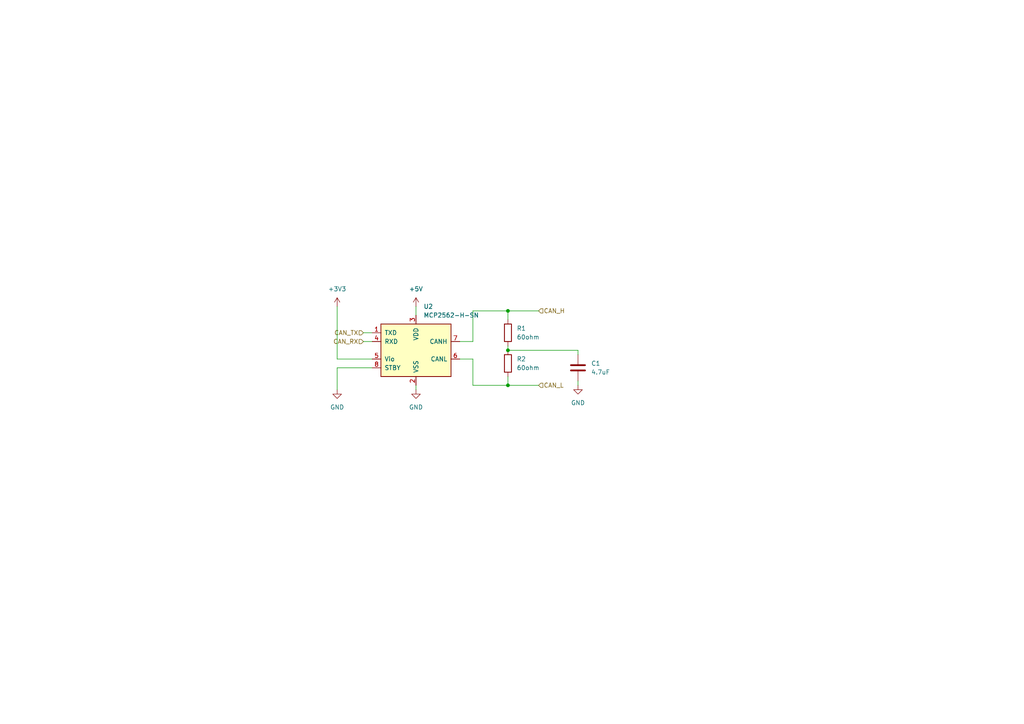
<source format=kicad_sch>
(kicad_sch (version 20231120) (generator "eeschema") (generator_version "8.0")
  (paper "A4")
  (lib_symbols
    (symbol "Device:C" (pin_numbers hide) (pin_names (offset 0.254))
      (property "Reference" "C" (at 0.635 2.54 0))
      (property "Value" "C" (at 0.635 -2.54 0))
      (symbol "C_0_1"
        (polyline (pts (xy -2.032 -0.762) (xy 2.032 -0.762)) (stroke (width 0.508)))
        (polyline (pts (xy -2.032 0.762) (xy 2.032 0.762)) (stroke (width 0.508)))
      )
      (symbol "C_1_1"
        (pin passive line (at 0 3.81 270) (length 2.794) (name "~") (number "1"))
        (pin passive line (at 0 -3.81 90) (length 2.794) (name "~") (number "2"))
      )
    )
    (symbol "Device:R" (pin_numbers hide) (pin_names (offset 0))
      (property "Reference" "R" (at 2.032 0 90))
      (property "Value" "R" (at 0 0 90))
      (symbol "R_0_1"
        (rectangle (start -1.016 -2.54) (end 1.016 2.54) (stroke (width 0.254)))
      )
      (symbol "R_1_1"
        (pin passive line (at 0 3.81 270) (length 1.27) (name "~") (number "1"))
        (pin passive line (at 0 -3.81 90) (length 1.27) (name "~") (number "2"))
      )
    )
    (symbol "Interface_CAN_LIN:MCP2562-H-SN" (pin_names (offset 1.016))
      (property "Reference" "U" (at -10.16 8.89 0))
      (property "Value" "MCP2562-H-SN" (at 2.54 8.89 0))
      (symbol "MCP2562-H-SN_0_1"
        (rectangle (start -10.16 7.62) (end 10.16 -7.62) (stroke (width 0.254)) (fill (type background)))
      )
      (symbol "MCP2562-H-SN_1_1"
        (pin input line (at -12.7 5.08 0) (length 2.54) (name "TXD") (number "1"))
        (pin power_in line (at 0 -10.16 90) (length 2.54) (name "VSS") (number "2"))
        (pin power_in line (at 0 10.16 270) (length 2.54) (name "VDD") (number "3"))
        (pin output line (at -12.7 2.54 0) (length 2.54) (name "RXD") (number "4"))
        (pin power_in line (at -12.7 -2.54 0) (length 2.54) (name "Vio") (number "5"))
        (pin bidirectional line (at 12.7 -2.54 180) (length 2.54) (name "CANL") (number "6"))
        (pin bidirectional line (at 12.7 2.54 180) (length 2.54) (name "CANH") (number "7"))
        (pin input line (at -12.7 -5.08 0) (length 2.54) (name "STBY") (number "8"))
      )
    )
    (symbol "power:+3V3" (power) (pin_names (offset 0))
      (property "Value" "+3V3" (at 0 3.556 0))
      (symbol "+3V3_0_1"
        (polyline (pts (xy -0.762 1.27) (xy 0 2.54)))
        (polyline (pts (xy 0 0) (xy 0 2.54)))
        (polyline (pts (xy 0 2.54) (xy 0.762 1.27)))
      )
      (symbol "+3V3_1_1"
        (pin power_in line (at 0 0 90) (length 0) hide (name "+3V3") (number "1"))
      )
    )
    (symbol "power:+5V" (power) (pin_names (offset 0))
      (property "Value" "+5V" (at 0 3.556 0))
      (symbol "+5V_0_1"
        (polyline (pts (xy -0.762 1.27) (xy 0 2.54)))
        (polyline (pts (xy 0 0) (xy 0 2.54)))
        (polyline (pts (xy 0 2.54) (xy 0.762 1.27)))
      )
      (symbol "+5V_1_1"
        (pin power_in line (at 0 0 90) (length 0) hide (name "+5V") (number "1"))
      )
    )
    (symbol "power:GND" (power) (pin_names (offset 0))
      (property "Value" "GND" (at 0 -3.81 0))
      (symbol "GND_0_1"
        (polyline (pts (xy 0 0) (xy 0 -1.27) (xy 1.27 -1.27) (xy 0 -2.54) (xy -1.27 -1.27) (xy 0 -1.27)))
      )
      (symbol "GND_1_1"
        (pin power_in line (at 0 0 270) (length 0) hide (name "GND") (number "1"))
      )
    )
  )
  (junction (at 147.32 90.17))
  (junction (at 147.32 111.76))
  (junction (at 147.32 101.6))
  (wire (pts (xy 147.32 90.17) (xy 137.16 90.17)))
  (wire (pts (xy 120.65 113.03) (xy 120.65 111.76)))
  (wire (pts (xy 147.32 90.17) (xy 147.32 92.71)))
  (wire (pts (xy 147.32 109.22) (xy 147.32 111.76)))
  (wire (pts (xy 105.41 96.52) (xy 107.95 96.52)))
  (wire (pts (xy 137.16 99.06) (xy 133.35 99.06)))
  (wire (pts (xy 167.64 101.6) (xy 147.32 101.6)))
  (wire (pts (xy 167.64 110.49) (xy 167.64 111.76)))
  (wire (pts (xy 107.95 106.68) (xy 97.79 106.68)))
  (wire (pts (xy 97.79 106.68) (xy 97.79 113.03)))
  (wire (pts (xy 156.21 111.76) (xy 147.32 111.76)))
  (wire (pts (xy 156.21 90.17) (xy 147.32 90.17)))
  (wire (pts (xy 97.79 104.14) (xy 107.95 104.14)))
  (wire (pts (xy 120.65 88.9) (xy 120.65 91.44)))
  (wire (pts (xy 137.16 104.14) (xy 133.35 104.14)))
  (wire (pts (xy 137.16 90.17) (xy 137.16 99.06)))
  (wire (pts (xy 147.32 111.76) (xy 137.16 111.76)))
  (wire (pts (xy 137.16 111.76) (xy 137.16 104.14)))
  (wire (pts (xy 97.79 88.9) (xy 97.79 104.14)))
  (wire (pts (xy 105.41 99.06) (xy 107.95 99.06)))
  (wire (pts (xy 147.32 100.33) (xy 147.32 101.6)))
  (wire (pts (xy 167.64 102.87) (xy 167.64 101.6)))
  (hierarchical_label "CAN_RX" (shape input) (at 105.41 99.06 180))
  (hierarchical_label "CAN_TX" (shape input) (at 105.41 96.52 180))
  (hierarchical_label "CAN_L" (shape input) (at 156.21 111.76 0))
  (hierarchical_label "CAN_H" (shape input) (at 156.21 90.17 0))
  (symbol (lib_id "Device:R") (at 147.32 96.52 0) (unit 1)
    (property "Reference" "R1" (at 149.86 95.25 0) (effects (justify left)))
    (property "Value" "60ohm" (at 149.86 97.79 0) (effects (justify left)))
    (property "Footprint" "Resistor_SMD:R_0603_1608Metric" (effects (hide yes)))
    (property "LCSC" "C269376" (effects (hide yes)))
  )
  (symbol (lib_id "power:+5V") (at 120.65 88.9 0) (unit 1)
    (property "Reference" "#PWR07" (effects (hide yes)))
    (property "Value" "+5V" (at 120.65 83.82 0))
  )
  (symbol (lib_id "power:GND") (at 167.64 111.76 0) (unit 1)
    (property "Reference" "#PWR09" (effects (hide yes)))
    (property "Value" "GND" (at 167.64 116.84 0))
  )
  (symbol (lib_id "Interface_CAN_LIN:MCP2562-H-SN") (at 120.65 101.6 0) (unit 1)
    (property "Reference" "U2" (at 122.8441 88.9 0) (effects (justify left)))
    (property "Value" "MCP2562-H-SN" (at 122.8441 91.44 0) (effects (justify left)))
    (property "Footprint" "Package_SO:SOIC-8_3.9x4.9mm_P1.27mm" (effects (hide yes)))
    (property "Datasheet" "http://ww1.microchip.com/downloads/en/DeviceDoc/25167A.pdf" (effects (hide yes)))
  )
  (symbol (lib_id "Device:C") (at 167.64 106.68 180) (unit 1)
    (property "Reference" "C1" (at 171.45 105.41 0) (effects (justify right)))
    (property "Value" "4.7uF" (at 171.45 107.95 0) (effects (justify right)))
    (property "Footprint" "Capacitor_SMD:C_0603_1608Metric" (effects (hide yes)))
    (property "LCSC" "C19666" (effects (hide yes)))
  )
  (symbol (lib_id "power:GND") (at 120.65 113.03 0) (unit 1)
    (property "Reference" "#PWR08" (effects (hide yes)))
    (property "Value" "GND" (at 120.65 118.11 0))
  )
  (symbol (lib_id "power:GND") (at 97.79 113.03 0) (unit 1)
    (property "Reference" "#PWR06" (effects (hide yes)))
    (property "Value" "GND" (at 97.79 118.11 0))
  )
  (symbol (lib_id "Device:R") (at 147.32 105.41 0) (unit 1)
    (property "Reference" "R2" (at 149.86 104.14 0) (effects (justify left)))
    (property "Value" "60ohm" (at 149.86 106.68 0) (effects (justify left)))
    (property "Footprint" "Resistor_SMD:R_0603_1608Metric" (effects (hide yes)))
    (property "LCSC" "C269376" (effects (hide yes)))
  )
  (symbol (lib_id "power:+3V3") (at 97.79 88.9 0) (unit 1)
    (property "Reference" "#PWR05" (effects (hide yes)))
    (property "Value" "+3V3" (at 97.79 83.82 0))
  )
)
</source>
